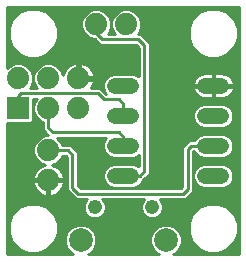
<source format=gbl>
G75*
%MOIN*%
%OFA0B0*%
%FSLAX24Y24*%
%IPPOS*%
%LPD*%
%AMOC8*
5,1,8,0,0,1.08239X$1,22.5*
%
%ADD10R,0.0740X0.0740*%
%ADD11C,0.0740*%
%ADD12C,0.0540*%
%ADD13C,0.0476*%
%ADD14C,0.0787*%
%ADD15C,0.0100*%
D10*
X000725Y005628D03*
D11*
X000725Y006628D03*
X001725Y006628D03*
X001725Y005628D03*
X002725Y005628D03*
X002725Y006628D03*
X003325Y008428D03*
X004325Y008428D03*
X001725Y004228D03*
X001725Y003228D03*
D12*
X003955Y003378D02*
X004495Y003378D01*
X004495Y004378D02*
X003955Y004378D01*
X003955Y005378D02*
X004495Y005378D01*
X004495Y006378D02*
X003955Y006378D01*
X006955Y006378D02*
X007495Y006378D01*
X007495Y005378D02*
X006955Y005378D01*
X006955Y004378D02*
X007495Y004378D01*
X007495Y003378D02*
X006955Y003378D01*
D13*
X005180Y002330D03*
X003270Y002330D03*
D14*
X002804Y001228D03*
X005646Y001228D03*
D15*
X000360Y000763D02*
X000360Y005128D01*
X001149Y005128D01*
X001225Y005204D01*
X001225Y005948D01*
X001338Y005948D01*
X001301Y005911D01*
X001225Y005727D01*
X001225Y005528D01*
X001301Y005344D01*
X001442Y005204D01*
X001545Y005161D01*
X001545Y004903D01*
X001650Y004798D01*
X001650Y004798D01*
X001695Y004753D01*
X001695Y004753D01*
X001720Y004728D01*
X001626Y004728D01*
X001442Y004651D01*
X001301Y004511D01*
X001225Y004327D01*
X001225Y004128D01*
X001301Y003944D01*
X001442Y003804D01*
X001607Y003735D01*
X001603Y003735D01*
X001525Y003709D01*
X001452Y003672D01*
X001386Y003624D01*
X001328Y003566D01*
X001280Y003500D01*
X001243Y003427D01*
X001218Y003349D01*
X001205Y003268D01*
X001205Y003258D01*
X001695Y003258D01*
X001695Y003198D01*
X001205Y003198D01*
X001205Y003187D01*
X001218Y003106D01*
X001243Y003028D01*
X001280Y002955D01*
X001328Y002889D01*
X001386Y002831D01*
X001452Y002783D01*
X001525Y002746D01*
X001603Y002720D01*
X001684Y002708D01*
X001695Y002708D01*
X001695Y003198D01*
X001755Y003198D01*
X001755Y003258D01*
X002245Y003258D01*
X002245Y003268D01*
X002232Y003349D01*
X002207Y003427D01*
X002170Y003500D01*
X002122Y003566D01*
X002064Y003624D01*
X001998Y003672D01*
X001925Y003709D01*
X001847Y003735D01*
X001843Y003735D01*
X002008Y003804D01*
X002149Y003944D01*
X002192Y004048D01*
X002300Y004048D01*
X002345Y004003D01*
X002345Y002903D01*
X002545Y002703D01*
X002650Y002598D01*
X000360Y002598D01*
X000360Y002696D02*
X002552Y002696D01*
X002650Y002598D02*
X003017Y002598D01*
X002958Y002538D01*
X002902Y002403D01*
X002902Y002257D01*
X002958Y002121D01*
X003062Y002018D01*
X003197Y001962D01*
X003343Y001962D01*
X003479Y002018D01*
X003582Y002121D01*
X003638Y002257D01*
X003638Y002403D01*
X003582Y002538D01*
X003523Y002598D01*
X004927Y002598D01*
X004868Y002538D01*
X004812Y002403D01*
X004812Y002257D01*
X004868Y002121D01*
X004971Y002018D01*
X005107Y001962D01*
X005253Y001962D01*
X005388Y002018D01*
X005492Y002121D01*
X005548Y002257D01*
X005548Y002403D01*
X005492Y002538D01*
X005433Y002598D01*
X006300Y002598D01*
X008090Y002598D01*
X008090Y002696D02*
X006398Y002696D01*
X006450Y002748D02*
X006300Y002598D01*
X006225Y002778D02*
X006375Y002928D01*
X006375Y004278D01*
X006475Y004378D01*
X007225Y004378D01*
X006875Y003978D02*
X007575Y003978D01*
X007722Y004038D01*
X007834Y004151D01*
X007895Y004298D01*
X007895Y004457D01*
X007834Y004604D01*
X007722Y004717D01*
X007575Y004778D01*
X006875Y004778D01*
X006728Y004717D01*
X006616Y004604D01*
X006597Y004558D01*
X006400Y004558D01*
X006295Y004452D01*
X006195Y004352D01*
X006195Y003002D01*
X006150Y002958D01*
X002800Y002958D01*
X002705Y003052D01*
X002705Y004152D01*
X002600Y004258D01*
X002450Y004408D01*
X002192Y004408D01*
X002149Y004511D01*
X002012Y004648D01*
X003659Y004648D01*
X003616Y004604D01*
X003555Y004457D01*
X003555Y004298D01*
X003616Y004151D01*
X003728Y004038D01*
X003875Y003978D01*
X004575Y003978D01*
X004722Y004038D01*
X004745Y004062D01*
X004745Y003693D01*
X004722Y003717D01*
X004575Y003778D01*
X003875Y003778D01*
X003728Y003717D01*
X003616Y003604D01*
X003555Y003457D01*
X003555Y003298D01*
X003616Y003151D01*
X003728Y003038D01*
X003875Y002978D01*
X004575Y002978D01*
X004722Y003038D01*
X004834Y003151D01*
X004856Y003204D01*
X004955Y003303D01*
X005105Y003453D01*
X005105Y007802D01*
X005000Y007908D01*
X004800Y008108D01*
X004712Y008108D01*
X004749Y008144D01*
X004825Y008328D01*
X004825Y008527D01*
X004749Y008711D01*
X004608Y008851D01*
X004424Y008928D01*
X004226Y008928D01*
X004042Y008851D01*
X003901Y008711D01*
X003825Y008527D01*
X003749Y008711D01*
X003608Y008851D01*
X003424Y008928D01*
X003226Y008928D01*
X003042Y008851D01*
X002901Y008711D01*
X002825Y008527D01*
X002825Y008328D01*
X002901Y008144D01*
X003042Y008004D01*
X003226Y007928D01*
X003270Y007928D01*
X003345Y007853D01*
X003450Y007748D01*
X004650Y007748D01*
X004745Y007653D01*
X004745Y006693D01*
X004722Y006717D01*
X004575Y006778D01*
X003875Y006778D01*
X003728Y006717D01*
X003616Y006604D01*
X003555Y006457D01*
X003555Y006298D01*
X003616Y006151D01*
X003659Y006108D01*
X003650Y006108D01*
X003555Y006202D01*
X003450Y006308D01*
X003135Y006308D01*
X003170Y006355D01*
X003207Y006428D01*
X003232Y006506D01*
X003244Y006578D01*
X002775Y006578D01*
X002775Y006678D01*
X002675Y006678D01*
X002675Y007146D01*
X002603Y007135D01*
X002525Y007109D01*
X002452Y007072D01*
X002386Y007024D01*
X002328Y006966D01*
X002280Y006900D01*
X002243Y006827D01*
X002218Y006749D01*
X002217Y006746D01*
X002149Y006911D01*
X002008Y007051D01*
X001824Y007128D01*
X001626Y007128D01*
X001442Y007051D01*
X001301Y006911D01*
X001225Y006727D01*
X001149Y006911D01*
X001008Y007051D01*
X000824Y007128D01*
X000626Y007128D01*
X000442Y007051D01*
X000360Y006970D01*
X000360Y008993D01*
X008090Y008993D01*
X008090Y000763D01*
X005892Y000763D01*
X005943Y000784D01*
X006090Y000931D01*
X006170Y001123D01*
X006170Y001332D01*
X006090Y001524D01*
X005943Y001672D01*
X005750Y001751D01*
X005542Y001751D01*
X005350Y001672D01*
X005202Y001524D01*
X005123Y001332D01*
X005123Y001123D01*
X005202Y000931D01*
X005350Y000784D01*
X005400Y000763D01*
X003050Y000763D01*
X003100Y000784D01*
X003248Y000931D01*
X003327Y001123D01*
X003327Y001332D01*
X003248Y001524D01*
X003100Y001672D01*
X002908Y001751D01*
X002700Y001751D01*
X002507Y001672D01*
X002360Y001524D01*
X002280Y001332D01*
X002280Y001123D01*
X002360Y000931D01*
X002507Y000784D01*
X002558Y000763D01*
X000360Y000763D01*
X000360Y000825D02*
X001021Y000825D01*
X001062Y000808D02*
X001188Y000808D01*
X001388Y000808D01*
X001689Y000932D01*
X001920Y001163D01*
X001920Y001163D01*
X002045Y001464D01*
X002045Y001791D01*
X001920Y002092D01*
X001689Y002323D01*
X001388Y002448D01*
X001062Y002448D01*
X000761Y002323D01*
X000761Y002323D01*
X000530Y002092D01*
X000405Y001791D01*
X000405Y001464D01*
X000530Y001163D01*
X000761Y000932D01*
X001062Y000808D01*
X000783Y000923D02*
X000360Y000923D01*
X000360Y001022D02*
X000671Y001022D01*
X000573Y001120D02*
X000360Y001120D01*
X000360Y001219D02*
X000507Y001219D01*
X000530Y001163D02*
X000530Y001163D01*
X000466Y001317D02*
X000360Y001317D01*
X000360Y001416D02*
X000425Y001416D01*
X000405Y001514D02*
X000360Y001514D01*
X000360Y001613D02*
X000405Y001613D01*
X000405Y001711D02*
X000360Y001711D01*
X000360Y001810D02*
X000413Y001810D01*
X000454Y001908D02*
X000360Y001908D01*
X000360Y002007D02*
X000494Y002007D01*
X000530Y002092D02*
X000530Y002092D01*
X000543Y002105D02*
X000360Y002105D01*
X000360Y002204D02*
X000641Y002204D01*
X000740Y002302D02*
X000360Y002302D01*
X000360Y002401D02*
X000948Y002401D01*
X001325Y002893D02*
X000360Y002893D01*
X000360Y002795D02*
X001436Y002795D01*
X001262Y002992D02*
X000360Y002992D01*
X000360Y003090D02*
X001223Y003090D01*
X001205Y003189D02*
X000360Y003189D01*
X000360Y003287D02*
X001208Y003287D01*
X001230Y003386D02*
X000360Y003386D01*
X000360Y003484D02*
X001272Y003484D01*
X001345Y003583D02*
X000360Y003583D01*
X000360Y003681D02*
X001470Y003681D01*
X001500Y003780D02*
X000360Y003780D01*
X000360Y003878D02*
X001367Y003878D01*
X001288Y003977D02*
X000360Y003977D01*
X000360Y004075D02*
X001247Y004075D01*
X001225Y004174D02*
X000360Y004174D01*
X000360Y004272D02*
X001225Y004272D01*
X001243Y004371D02*
X000360Y004371D01*
X000360Y004469D02*
X001284Y004469D01*
X001358Y004568D02*
X000360Y004568D01*
X000360Y004666D02*
X001477Y004666D01*
X001585Y004863D02*
X000360Y004863D01*
X000360Y004765D02*
X001683Y004765D01*
X001875Y004828D02*
X001725Y004978D01*
X001725Y005628D01*
X001388Y005257D02*
X001225Y005257D01*
X001225Y005356D02*
X001296Y005356D01*
X001256Y005454D02*
X001225Y005454D01*
X001225Y005553D02*
X001225Y005553D01*
X001225Y005651D02*
X001225Y005651D01*
X001225Y005750D02*
X001234Y005750D01*
X001225Y005848D02*
X001275Y005848D01*
X001225Y005947D02*
X001337Y005947D01*
X001338Y006308D02*
X001112Y006308D01*
X001149Y006344D01*
X001225Y006528D01*
X001225Y006727D01*
X001225Y006528D01*
X001301Y006344D01*
X001338Y006308D01*
X001305Y006341D02*
X001145Y006341D01*
X001188Y006439D02*
X001262Y006439D01*
X001225Y006538D02*
X001225Y006538D01*
X001225Y006636D02*
X001225Y006636D01*
X001222Y006735D02*
X001228Y006735D01*
X001269Y006833D02*
X001181Y006833D01*
X001128Y006932D02*
X001322Y006932D01*
X001420Y007030D02*
X001030Y007030D01*
X001062Y007308D02*
X001262Y007308D01*
X001388Y007308D01*
X001689Y007432D01*
X001920Y007663D01*
X002045Y007964D01*
X002045Y008291D01*
X001920Y008592D01*
X001689Y008823D01*
X001388Y008948D01*
X001062Y008948D01*
X000761Y008823D01*
X000761Y008823D01*
X000530Y008592D01*
X000405Y008291D01*
X000405Y007964D01*
X000530Y007663D01*
X000761Y007432D01*
X001062Y007308D01*
X001018Y007326D02*
X000360Y007326D01*
X000360Y007424D02*
X000781Y007424D01*
X000761Y007432D02*
X000761Y007432D01*
X000670Y007523D02*
X000360Y007523D01*
X000360Y007621D02*
X000572Y007621D01*
X000530Y007663D02*
X000530Y007663D01*
X000506Y007720D02*
X000360Y007720D01*
X000360Y007818D02*
X000466Y007818D01*
X000425Y007917D02*
X000360Y007917D01*
X000360Y008015D02*
X000405Y008015D01*
X000405Y008114D02*
X000360Y008114D01*
X000360Y008212D02*
X000405Y008212D01*
X000413Y008311D02*
X000360Y008311D01*
X000360Y008409D02*
X000454Y008409D01*
X000495Y008508D02*
X000360Y008508D01*
X000360Y008606D02*
X000544Y008606D01*
X000530Y008592D02*
X000530Y008592D01*
X000642Y008705D02*
X000360Y008705D01*
X000360Y008803D02*
X000741Y008803D01*
X000951Y008902D02*
X000360Y008902D01*
X001499Y008902D02*
X003163Y008902D01*
X002993Y008803D02*
X001709Y008803D01*
X001689Y008823D02*
X001689Y008823D01*
X001808Y008705D02*
X002899Y008705D01*
X002858Y008606D02*
X001906Y008606D01*
X001920Y008592D02*
X001920Y008592D01*
X001955Y008508D02*
X002825Y008508D01*
X002825Y008409D02*
X001996Y008409D01*
X002037Y008311D02*
X002832Y008311D01*
X002873Y008212D02*
X002045Y008212D01*
X002045Y008114D02*
X002932Y008114D01*
X003030Y008015D02*
X002045Y008015D01*
X002025Y007917D02*
X003281Y007917D01*
X003380Y007818D02*
X001984Y007818D01*
X001944Y007720D02*
X004678Y007720D01*
X004745Y007621D02*
X001878Y007621D01*
X001920Y007663D02*
X001920Y007663D01*
X001780Y007523D02*
X004745Y007523D01*
X004745Y007424D02*
X001669Y007424D01*
X001689Y007432D02*
X001689Y007432D01*
X001432Y007326D02*
X004745Y007326D01*
X004745Y007227D02*
X000360Y007227D01*
X000360Y007129D02*
X002584Y007129D01*
X002675Y007129D02*
X002775Y007129D01*
X002775Y007146D02*
X002775Y006678D01*
X003244Y006678D01*
X003232Y006749D01*
X003207Y006827D01*
X003170Y006900D01*
X003122Y006966D01*
X003064Y007024D01*
X002998Y007072D01*
X002925Y007109D01*
X002847Y007135D01*
X002775Y007146D01*
X002866Y007129D02*
X004745Y007129D01*
X004745Y007030D02*
X003056Y007030D01*
X003147Y006932D02*
X004745Y006932D01*
X004745Y006833D02*
X003204Y006833D01*
X003235Y006735D02*
X003772Y006735D01*
X003648Y006636D02*
X002775Y006636D01*
X002775Y006735D02*
X002675Y006735D01*
X002675Y006833D02*
X002775Y006833D01*
X002775Y006932D02*
X002675Y006932D01*
X002675Y007030D02*
X002775Y007030D01*
X002394Y007030D02*
X002030Y007030D01*
X002128Y006932D02*
X002303Y006932D01*
X002246Y006833D02*
X002181Y006833D01*
X001388Y007308D02*
X001388Y007308D01*
X000420Y007030D02*
X000360Y007030D01*
X000825Y006128D02*
X000725Y006028D01*
X000725Y005628D01*
X000825Y006128D02*
X003375Y006128D01*
X003575Y005928D01*
X004075Y005928D01*
X004225Y005778D01*
X004225Y005378D01*
X004075Y004828D02*
X004225Y004678D01*
X004225Y004378D01*
X004075Y004828D02*
X001875Y004828D01*
X002092Y004568D02*
X003601Y004568D01*
X003560Y004469D02*
X002166Y004469D01*
X002375Y004228D02*
X002525Y004078D01*
X002525Y002978D01*
X002725Y002778D01*
X006225Y002778D01*
X006184Y002992D02*
X004608Y002992D01*
X004773Y003090D02*
X006195Y003090D01*
X006195Y003189D02*
X004850Y003189D01*
X004939Y003287D02*
X006195Y003287D01*
X006195Y003386D02*
X005038Y003386D01*
X005105Y003484D02*
X006195Y003484D01*
X006195Y003583D02*
X005105Y003583D01*
X005105Y003681D02*
X006195Y003681D01*
X006195Y003780D02*
X005105Y003780D01*
X005105Y003878D02*
X006195Y003878D01*
X006195Y003977D02*
X005105Y003977D01*
X005105Y004075D02*
X006195Y004075D01*
X006195Y004174D02*
X005105Y004174D01*
X005105Y004272D02*
X006195Y004272D01*
X006213Y004371D02*
X005105Y004371D01*
X005105Y004469D02*
X006312Y004469D01*
X006555Y004198D02*
X006597Y004198D01*
X006616Y004151D01*
X006728Y004038D01*
X006875Y003978D01*
X006875Y003778D02*
X006728Y003717D01*
X006616Y003604D01*
X006555Y003457D01*
X006555Y003298D01*
X006616Y003151D01*
X006728Y003038D01*
X006875Y002978D01*
X007575Y002978D01*
X007722Y003038D01*
X007834Y003151D01*
X007895Y003298D01*
X007895Y003457D01*
X007834Y003604D01*
X007722Y003717D01*
X007575Y003778D01*
X006875Y003778D01*
X006693Y003681D02*
X006555Y003681D01*
X006555Y003583D02*
X006607Y003583D01*
X006566Y003484D02*
X006555Y003484D01*
X006555Y003386D02*
X006555Y003386D01*
X006555Y003287D02*
X006560Y003287D01*
X006555Y003189D02*
X006600Y003189D01*
X006555Y003090D02*
X006677Y003090D01*
X006555Y002992D02*
X006842Y002992D01*
X006555Y002893D02*
X008090Y002893D01*
X008090Y002795D02*
X006497Y002795D01*
X006450Y002748D02*
X006555Y002853D01*
X006555Y004198D01*
X006555Y004174D02*
X006607Y004174D01*
X006555Y004075D02*
X006692Y004075D01*
X006555Y003977D02*
X008090Y003977D01*
X008090Y004075D02*
X007758Y004075D01*
X007843Y004174D02*
X008090Y004174D01*
X008090Y004272D02*
X007884Y004272D01*
X007895Y004371D02*
X008090Y004371D01*
X008090Y004469D02*
X007890Y004469D01*
X007849Y004568D02*
X008090Y004568D01*
X008090Y004666D02*
X007772Y004666D01*
X007606Y004765D02*
X008090Y004765D01*
X008090Y004863D02*
X005105Y004863D01*
X005105Y004765D02*
X006844Y004765D01*
X006678Y004666D02*
X005105Y004666D01*
X005105Y004568D02*
X006601Y004568D01*
X006728Y005038D02*
X006875Y004978D01*
X007575Y004978D01*
X007722Y005038D01*
X007834Y005151D01*
X007895Y005298D01*
X007895Y005457D01*
X007834Y005604D01*
X007722Y005717D01*
X007575Y005778D01*
X006875Y005778D01*
X006728Y005717D01*
X006616Y005604D01*
X006555Y005457D01*
X006555Y005298D01*
X006616Y005151D01*
X006728Y005038D01*
X006707Y005060D02*
X005105Y005060D01*
X005105Y004962D02*
X008090Y004962D01*
X008090Y005060D02*
X007743Y005060D01*
X007837Y005159D02*
X008090Y005159D01*
X008090Y005257D02*
X007878Y005257D01*
X007895Y005356D02*
X008090Y005356D01*
X008090Y005454D02*
X007895Y005454D01*
X007855Y005553D02*
X008090Y005553D01*
X008090Y005651D02*
X007787Y005651D01*
X007642Y005750D02*
X008090Y005750D01*
X008090Y005848D02*
X005105Y005848D01*
X005105Y005750D02*
X006808Y005750D01*
X006663Y005651D02*
X005105Y005651D01*
X005105Y005553D02*
X006595Y005553D01*
X006555Y005454D02*
X005105Y005454D01*
X005105Y005356D02*
X006555Y005356D01*
X006572Y005257D02*
X005105Y005257D01*
X005105Y005159D02*
X006613Y005159D01*
X006857Y005968D02*
X006922Y005958D01*
X007200Y005958D01*
X007200Y006353D01*
X006535Y006353D01*
X006535Y006344D01*
X006545Y006279D01*
X006566Y006216D01*
X006596Y006157D01*
X006635Y006104D01*
X006681Y006057D01*
X006735Y006018D01*
X006794Y005988D01*
X006857Y005968D01*
X006698Y006045D02*
X005105Y006045D01*
X005105Y005947D02*
X008090Y005947D01*
X008090Y006045D02*
X007752Y006045D01*
X007769Y006057D02*
X007815Y006104D01*
X007854Y006157D01*
X007884Y006216D01*
X007905Y006279D01*
X007915Y006344D01*
X007915Y006353D01*
X007250Y006353D01*
X007250Y006403D01*
X007200Y006403D01*
X007200Y006798D01*
X006922Y006798D01*
X006857Y006787D01*
X006794Y006767D01*
X006735Y006737D01*
X006681Y006698D01*
X006635Y006651D01*
X006596Y006598D01*
X006566Y006539D01*
X006545Y006476D01*
X006535Y006411D01*
X006535Y006403D01*
X007200Y006403D01*
X007200Y006353D01*
X007250Y006353D01*
X007250Y005958D01*
X007528Y005958D01*
X007593Y005968D01*
X007656Y005988D01*
X007715Y006018D01*
X007769Y006057D01*
X007844Y006144D02*
X008090Y006144D01*
X008090Y006242D02*
X007893Y006242D01*
X007914Y006341D02*
X008090Y006341D01*
X008090Y006439D02*
X007910Y006439D01*
X007915Y006411D02*
X007905Y006476D01*
X007884Y006539D01*
X007854Y006598D01*
X007815Y006651D01*
X007769Y006698D01*
X007715Y006737D01*
X007656Y006767D01*
X007593Y006787D01*
X007528Y006798D01*
X007250Y006798D01*
X007250Y006403D01*
X007915Y006403D01*
X007915Y006411D01*
X007885Y006538D02*
X008090Y006538D01*
X008090Y006636D02*
X007826Y006636D01*
X007718Y006735D02*
X008090Y006735D01*
X008090Y006833D02*
X005105Y006833D01*
X005105Y006735D02*
X006732Y006735D01*
X006624Y006636D02*
X005105Y006636D01*
X005105Y006538D02*
X006565Y006538D01*
X006540Y006439D02*
X005105Y006439D01*
X005105Y006341D02*
X006536Y006341D01*
X006557Y006242D02*
X005105Y006242D01*
X005105Y006144D02*
X006606Y006144D01*
X007200Y006144D02*
X007250Y006144D01*
X007250Y006242D02*
X007200Y006242D01*
X007200Y006341D02*
X007250Y006341D01*
X007250Y006439D02*
X007200Y006439D01*
X007200Y006538D02*
X007250Y006538D01*
X007250Y006636D02*
X007200Y006636D01*
X007200Y006735D02*
X007250Y006735D01*
X007188Y007308D02*
X007062Y007308D01*
X006761Y007432D01*
X006761Y007432D01*
X006530Y007663D01*
X006530Y007663D01*
X006405Y007964D01*
X006405Y008291D01*
X006530Y008592D01*
X006530Y008592D01*
X006761Y008823D01*
X006761Y008823D01*
X007062Y008948D01*
X007388Y008948D01*
X007689Y008823D01*
X007689Y008823D01*
X007689Y008823D01*
X007920Y008592D01*
X007920Y008592D01*
X008045Y008291D01*
X008045Y007964D01*
X007920Y007663D01*
X007689Y007432D01*
X007689Y007432D01*
X007388Y007308D01*
X007188Y007308D01*
X007018Y007326D02*
X005105Y007326D01*
X005105Y007424D02*
X006781Y007424D01*
X006670Y007523D02*
X005105Y007523D01*
X005105Y007621D02*
X006572Y007621D01*
X006506Y007720D02*
X005105Y007720D01*
X005089Y007818D02*
X006466Y007818D01*
X006425Y007917D02*
X004991Y007917D01*
X004892Y008015D02*
X006405Y008015D01*
X006405Y008114D02*
X004718Y008114D01*
X004777Y008212D02*
X006405Y008212D01*
X006413Y008311D02*
X004818Y008311D01*
X004825Y008409D02*
X006454Y008409D01*
X006495Y008508D02*
X004825Y008508D01*
X004792Y008606D02*
X006544Y008606D01*
X006642Y008705D02*
X004751Y008705D01*
X004657Y008803D02*
X006741Y008803D01*
X006951Y008902D02*
X004487Y008902D01*
X004163Y008902D02*
X003487Y008902D01*
X003657Y008803D02*
X003993Y008803D01*
X003899Y008705D02*
X003751Y008705D01*
X003792Y008606D02*
X003858Y008606D01*
X003825Y008527D02*
X003825Y008328D01*
X003749Y008144D01*
X003712Y008108D01*
X003938Y008108D01*
X003901Y008144D01*
X003825Y008328D01*
X003825Y008527D01*
X003825Y008508D02*
X003825Y008508D01*
X003825Y008409D02*
X003825Y008409D01*
X003818Y008311D02*
X003832Y008311D01*
X003873Y008212D02*
X003777Y008212D01*
X003718Y008114D02*
X003932Y008114D01*
X003525Y007928D02*
X004725Y007928D01*
X004925Y007728D01*
X004925Y003528D01*
X004775Y003378D01*
X004225Y003378D01*
X003842Y002992D02*
X002766Y002992D01*
X002705Y003090D02*
X003677Y003090D01*
X003600Y003189D02*
X002705Y003189D01*
X002705Y003287D02*
X003560Y003287D01*
X003555Y003386D02*
X002705Y003386D01*
X002705Y003484D02*
X003566Y003484D01*
X003607Y003583D02*
X002705Y003583D01*
X002705Y003681D02*
X003693Y003681D01*
X003692Y004075D02*
X002705Y004075D01*
X002705Y003977D02*
X004745Y003977D01*
X004745Y003878D02*
X002705Y003878D01*
X002705Y003780D02*
X004745Y003780D01*
X003607Y004174D02*
X002684Y004174D01*
X002585Y004272D02*
X003566Y004272D01*
X003555Y004371D02*
X002487Y004371D01*
X002375Y004228D02*
X001725Y004228D01*
X002083Y003878D02*
X002345Y003878D01*
X002345Y003780D02*
X001950Y003780D01*
X001980Y003681D02*
X002345Y003681D01*
X002345Y003583D02*
X002105Y003583D01*
X002178Y003484D02*
X002345Y003484D01*
X002345Y003386D02*
X002220Y003386D01*
X002242Y003287D02*
X002345Y003287D01*
X002345Y003189D02*
X002245Y003189D01*
X002245Y003187D02*
X002245Y003198D01*
X001755Y003198D01*
X001755Y002708D01*
X001766Y002708D01*
X001847Y002720D01*
X001925Y002746D01*
X001998Y002783D01*
X002064Y002831D01*
X002122Y002889D01*
X002170Y002955D01*
X002207Y003028D01*
X002232Y003106D01*
X002245Y003187D01*
X002227Y003090D02*
X002345Y003090D01*
X002345Y002992D02*
X002188Y002992D01*
X002125Y002893D02*
X002355Y002893D01*
X002453Y002795D02*
X002014Y002795D01*
X001755Y002795D02*
X001695Y002795D01*
X001695Y002893D02*
X001755Y002893D01*
X001755Y002992D02*
X001695Y002992D01*
X001695Y003090D02*
X001755Y003090D01*
X001755Y003189D02*
X001695Y003189D01*
X002162Y003977D02*
X002345Y003977D01*
X001545Y004962D02*
X000360Y004962D01*
X000360Y005060D02*
X001545Y005060D01*
X001545Y005159D02*
X001180Y005159D01*
X003159Y006341D02*
X003555Y006341D01*
X003555Y006439D02*
X003211Y006439D01*
X003237Y006538D02*
X003588Y006538D01*
X003578Y006242D02*
X003515Y006242D01*
X003614Y006144D02*
X003623Y006144D01*
X004678Y006735D02*
X004745Y006735D01*
X005105Y006932D02*
X008090Y006932D01*
X008090Y007030D02*
X005105Y007030D01*
X005105Y007129D02*
X008090Y007129D01*
X008090Y007227D02*
X005105Y007227D01*
X003525Y007928D02*
X003325Y008128D01*
X003325Y008428D01*
X007200Y006045D02*
X007250Y006045D01*
X007432Y007326D02*
X008090Y007326D01*
X008090Y007424D02*
X007669Y007424D01*
X007780Y007523D02*
X008090Y007523D01*
X008090Y007621D02*
X007878Y007621D01*
X007944Y007720D02*
X008090Y007720D01*
X008090Y007818D02*
X007984Y007818D01*
X008025Y007917D02*
X008090Y007917D01*
X008090Y008015D02*
X008045Y008015D01*
X008045Y008114D02*
X008090Y008114D01*
X008090Y008212D02*
X008045Y008212D01*
X008037Y008311D02*
X008090Y008311D01*
X008090Y008409D02*
X007996Y008409D01*
X007955Y008508D02*
X008090Y008508D01*
X008090Y008606D02*
X007906Y008606D01*
X007808Y008705D02*
X008090Y008705D01*
X008090Y008803D02*
X007709Y008803D01*
X007499Y008902D02*
X008090Y008902D01*
X008090Y003878D02*
X006555Y003878D01*
X006555Y003780D02*
X008090Y003780D01*
X008090Y003681D02*
X007757Y003681D01*
X007843Y003583D02*
X008090Y003583D01*
X008090Y003484D02*
X007884Y003484D01*
X007895Y003386D02*
X008090Y003386D01*
X008090Y003287D02*
X007890Y003287D01*
X007850Y003189D02*
X008090Y003189D01*
X008090Y003090D02*
X007773Y003090D01*
X007608Y002992D02*
X008090Y002992D01*
X008090Y002499D02*
X005508Y002499D01*
X005548Y002401D02*
X006948Y002401D01*
X007062Y002448D02*
X006761Y002323D01*
X006530Y002092D01*
X006530Y002092D01*
X006405Y001791D01*
X006405Y001464D01*
X006530Y001163D01*
X006761Y000932D01*
X007062Y000808D01*
X007188Y000808D01*
X007388Y000808D01*
X007689Y000932D01*
X007920Y001163D01*
X008045Y001464D01*
X008045Y001791D01*
X007920Y002092D01*
X007689Y002323D01*
X007388Y002448D01*
X007062Y002448D01*
X006761Y002323D02*
X006761Y002323D01*
X006740Y002302D02*
X005548Y002302D01*
X005526Y002204D02*
X006641Y002204D01*
X006543Y002105D02*
X005475Y002105D01*
X005361Y002007D02*
X006494Y002007D01*
X006454Y001908D02*
X001996Y001908D01*
X001956Y002007D02*
X003089Y002007D01*
X002975Y002105D02*
X001907Y002105D01*
X001920Y002092D02*
X001920Y002092D01*
X001809Y002204D02*
X002924Y002204D01*
X002902Y002302D02*
X001710Y002302D01*
X001689Y002323D02*
X001689Y002323D01*
X001502Y002401D02*
X002902Y002401D01*
X002942Y002499D02*
X000360Y002499D01*
X000761Y000932D02*
X000761Y000932D01*
X001429Y000825D02*
X002466Y000825D01*
X002368Y000923D02*
X001667Y000923D01*
X001779Y001022D02*
X002322Y001022D01*
X002281Y001120D02*
X001877Y001120D01*
X001920Y001163D02*
X001920Y001163D01*
X001943Y001219D02*
X002280Y001219D01*
X002280Y001317D02*
X001984Y001317D01*
X002025Y001416D02*
X002315Y001416D01*
X002356Y001514D02*
X002045Y001514D01*
X002045Y001613D02*
X002448Y001613D01*
X002603Y001711D02*
X002045Y001711D01*
X002037Y001810D02*
X006413Y001810D01*
X006405Y001711D02*
X005847Y001711D01*
X006002Y001613D02*
X006405Y001613D01*
X006405Y001514D02*
X006094Y001514D01*
X006135Y001416D02*
X006425Y001416D01*
X006466Y001317D02*
X006170Y001317D01*
X006170Y001219D02*
X006507Y001219D01*
X006530Y001163D02*
X006530Y001163D01*
X006573Y001120D02*
X006169Y001120D01*
X006128Y001022D02*
X006671Y001022D01*
X006761Y000932D02*
X006761Y000932D01*
X006761Y000932D01*
X006783Y000923D02*
X006082Y000923D01*
X005984Y000825D02*
X007021Y000825D01*
X007429Y000825D02*
X008090Y000825D01*
X008090Y000923D02*
X007667Y000923D01*
X007689Y000932D02*
X007689Y000932D01*
X007779Y001022D02*
X008090Y001022D01*
X008090Y001120D02*
X007877Y001120D01*
X007920Y001163D02*
X007920Y001163D01*
X007943Y001219D02*
X008090Y001219D01*
X008090Y001317D02*
X007984Y001317D01*
X008025Y001416D02*
X008090Y001416D01*
X008090Y001514D02*
X008045Y001514D01*
X008045Y001613D02*
X008090Y001613D01*
X008090Y001711D02*
X008045Y001711D01*
X008037Y001810D02*
X008090Y001810D01*
X008090Y001908D02*
X007996Y001908D01*
X007956Y002007D02*
X008090Y002007D01*
X008090Y002105D02*
X007907Y002105D01*
X007920Y002092D02*
X007920Y002092D01*
X007809Y002204D02*
X008090Y002204D01*
X008090Y002302D02*
X007710Y002302D01*
X007689Y002323D02*
X007689Y002323D01*
X007502Y002401D02*
X008090Y002401D01*
X005445Y001711D02*
X003005Y001711D01*
X003159Y001613D02*
X005291Y001613D01*
X005198Y001514D02*
X003252Y001514D01*
X003293Y001416D02*
X005157Y001416D01*
X005123Y001317D02*
X003327Y001317D01*
X003327Y001219D02*
X005123Y001219D01*
X005124Y001120D02*
X003326Y001120D01*
X003285Y001022D02*
X005165Y001022D01*
X005210Y000923D02*
X003240Y000923D01*
X003141Y000825D02*
X005309Y000825D01*
X004998Y002007D02*
X003452Y002007D01*
X003566Y002105D02*
X004884Y002105D01*
X004834Y002204D02*
X003616Y002204D01*
X003638Y002302D02*
X004812Y002302D01*
X004812Y002401D02*
X003638Y002401D01*
X003599Y002499D02*
X004851Y002499D01*
M02*

</source>
